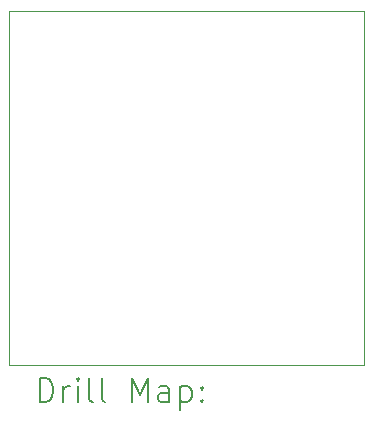
<source format=gbr>
%TF.GenerationSoftware,KiCad,Pcbnew,8.0.1*%
%TF.CreationDate,2024-05-20T20:51:33+02:00*%
%TF.ProjectId,microled-square,6d696372-6f6c-4656-942d-737175617265,rev?*%
%TF.SameCoordinates,Original*%
%TF.FileFunction,Drillmap*%
%TF.FilePolarity,Positive*%
%FSLAX45Y45*%
G04 Gerber Fmt 4.5, Leading zero omitted, Abs format (unit mm)*
G04 Created by KiCad (PCBNEW 8.0.1) date 2024-05-20 20:51:33*
%MOMM*%
%LPD*%
G01*
G04 APERTURE LIST*
%ADD10C,0.050000*%
%ADD11C,0.200000*%
G04 APERTURE END LIST*
D10*
X2350000Y-2150000D02*
X5350000Y-2150000D01*
X5350000Y-5150000D01*
X2350000Y-5150000D01*
X2350000Y-2150000D01*
D11*
X2608277Y-5463984D02*
X2608277Y-5263984D01*
X2608277Y-5263984D02*
X2655896Y-5263984D01*
X2655896Y-5263984D02*
X2684467Y-5273508D01*
X2684467Y-5273508D02*
X2703515Y-5292555D01*
X2703515Y-5292555D02*
X2713039Y-5311603D01*
X2713039Y-5311603D02*
X2722563Y-5349698D01*
X2722563Y-5349698D02*
X2722563Y-5378270D01*
X2722563Y-5378270D02*
X2713039Y-5416365D01*
X2713039Y-5416365D02*
X2703515Y-5435412D01*
X2703515Y-5435412D02*
X2684467Y-5454460D01*
X2684467Y-5454460D02*
X2655896Y-5463984D01*
X2655896Y-5463984D02*
X2608277Y-5463984D01*
X2808277Y-5463984D02*
X2808277Y-5330650D01*
X2808277Y-5368746D02*
X2817801Y-5349698D01*
X2817801Y-5349698D02*
X2827324Y-5340174D01*
X2827324Y-5340174D02*
X2846372Y-5330650D01*
X2846372Y-5330650D02*
X2865420Y-5330650D01*
X2932086Y-5463984D02*
X2932086Y-5330650D01*
X2932086Y-5263984D02*
X2922562Y-5273508D01*
X2922562Y-5273508D02*
X2932086Y-5283031D01*
X2932086Y-5283031D02*
X2941610Y-5273508D01*
X2941610Y-5273508D02*
X2932086Y-5263984D01*
X2932086Y-5263984D02*
X2932086Y-5283031D01*
X3055896Y-5463984D02*
X3036848Y-5454460D01*
X3036848Y-5454460D02*
X3027324Y-5435412D01*
X3027324Y-5435412D02*
X3027324Y-5263984D01*
X3160658Y-5463984D02*
X3141610Y-5454460D01*
X3141610Y-5454460D02*
X3132086Y-5435412D01*
X3132086Y-5435412D02*
X3132086Y-5263984D01*
X3389229Y-5463984D02*
X3389229Y-5263984D01*
X3389229Y-5263984D02*
X3455896Y-5406841D01*
X3455896Y-5406841D02*
X3522562Y-5263984D01*
X3522562Y-5263984D02*
X3522562Y-5463984D01*
X3703515Y-5463984D02*
X3703515Y-5359222D01*
X3703515Y-5359222D02*
X3693991Y-5340174D01*
X3693991Y-5340174D02*
X3674943Y-5330650D01*
X3674943Y-5330650D02*
X3636848Y-5330650D01*
X3636848Y-5330650D02*
X3617801Y-5340174D01*
X3703515Y-5454460D02*
X3684467Y-5463984D01*
X3684467Y-5463984D02*
X3636848Y-5463984D01*
X3636848Y-5463984D02*
X3617801Y-5454460D01*
X3617801Y-5454460D02*
X3608277Y-5435412D01*
X3608277Y-5435412D02*
X3608277Y-5416365D01*
X3608277Y-5416365D02*
X3617801Y-5397317D01*
X3617801Y-5397317D02*
X3636848Y-5387793D01*
X3636848Y-5387793D02*
X3684467Y-5387793D01*
X3684467Y-5387793D02*
X3703515Y-5378270D01*
X3798753Y-5330650D02*
X3798753Y-5530650D01*
X3798753Y-5340174D02*
X3817801Y-5330650D01*
X3817801Y-5330650D02*
X3855896Y-5330650D01*
X3855896Y-5330650D02*
X3874943Y-5340174D01*
X3874943Y-5340174D02*
X3884467Y-5349698D01*
X3884467Y-5349698D02*
X3893991Y-5368746D01*
X3893991Y-5368746D02*
X3893991Y-5425889D01*
X3893991Y-5425889D02*
X3884467Y-5444936D01*
X3884467Y-5444936D02*
X3874943Y-5454460D01*
X3874943Y-5454460D02*
X3855896Y-5463984D01*
X3855896Y-5463984D02*
X3817801Y-5463984D01*
X3817801Y-5463984D02*
X3798753Y-5454460D01*
X3979705Y-5444936D02*
X3989229Y-5454460D01*
X3989229Y-5454460D02*
X3979705Y-5463984D01*
X3979705Y-5463984D02*
X3970182Y-5454460D01*
X3970182Y-5454460D02*
X3979705Y-5444936D01*
X3979705Y-5444936D02*
X3979705Y-5463984D01*
X3979705Y-5340174D02*
X3989229Y-5349698D01*
X3989229Y-5349698D02*
X3979705Y-5359222D01*
X3979705Y-5359222D02*
X3970182Y-5349698D01*
X3970182Y-5349698D02*
X3979705Y-5340174D01*
X3979705Y-5340174D02*
X3979705Y-5359222D01*
M02*

</source>
